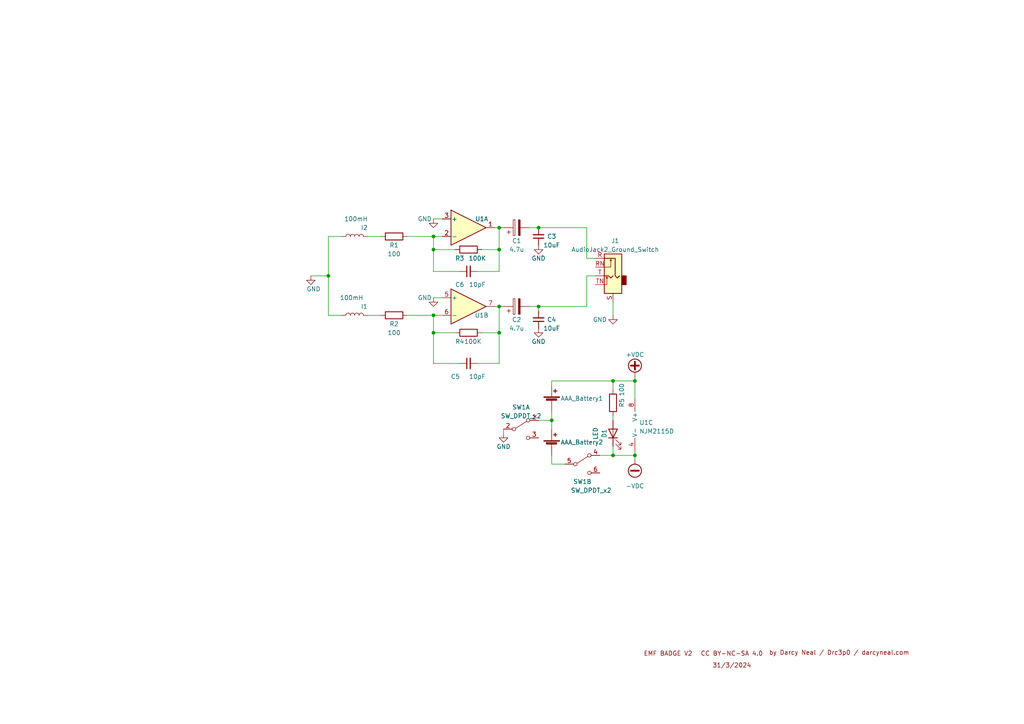
<source format=kicad_sch>
(kicad_sch (version 20230121) (generator eeschema)
  (paper "A4")
  (lib_symbols
    (symbol "Amplifier_Operational:LM358" (pin_names (offset 0.127))
      (property "Reference" "U" (at 0 5.08 0))
      (property "Value" "LM358" (at 0 -5.08 0))
      (symbol "LM358_1_1"
        (polyline (pts (xy -5.08 5.08) (xy 5.08 0) (xy -5.08 -5.08) (xy -5.08 5.08)) (stroke (width 0.254)) (fill (type background)))
        (pin output line (at 7.62 0 180) (length 2.54) (name "~") (number "1"))
        (pin input line (at -7.62 -2.54 0) (length 2.54) (name "-") (number "2"))
        (pin input line (at -7.62 2.54 0) (length 2.54) (name "+") (number "3"))
      )
      (symbol "LM358_2_1"
        (polyline (pts (xy -5.08 5.08) (xy 5.08 0) (xy -5.08 -5.08) (xy -5.08 5.08)) (stroke (width 0.254)) (fill (type background)))
        (pin input line (at -7.62 2.54 0) (length 2.54) (name "+") (number "5"))
        (pin input line (at -7.62 -2.54 0) (length 2.54) (name "-") (number "6"))
        (pin output line (at 7.62 0 180) (length 2.54) (name "~") (number "7"))
      )
      (symbol "LM358_3_1"
        (pin power_in line (at -2.54 -7.62 90) (length 3.81) (name "V-") (number "4"))
        (pin power_in line (at -2.54 7.62 270) (length 3.81) (name "V+") (number "8"))
      )
    )
    (symbol "Connector_Audio:AudioJack2_Ground_Switch"
      (property "Reference" "J1" (at -0.635 10.16 0))
      (property "Value" "AudioJack2_Ground_Switch" (at -0.635 7.62 0))
      (symbol "AudioJack2_Ground_Switch_0_1"
        (rectangle (start -2.54 -2.54) (end -3.81 0) (stroke (width 0.254)) (fill (type outline)))
        (rectangle (start 2.54 6.35) (end -2.54 -5.08) (stroke (width 0.254)) (fill (type background)))
      )
      (symbol "AudioJack2_Ground_Switch_1_1"
        (polyline (pts (xy 0.635 4.826) (xy 0.889 4.318)))
        (polyline (pts (xy 1.778 -0.254) (xy 2.032 -0.762)))
        (polyline (pts (xy 0 0) (xy 0.635 -0.635) (xy 1.27 0) (xy 2.54 0)) (stroke (width 0.254)))
        (polyline (pts (xy 2.54 -2.54) (xy 1.778 -2.54) (xy 1.778 -0.254) (xy 1.524 -0.762)))
        (polyline (pts (xy 2.54 2.54) (xy 0.635 2.54) (xy 0.635 4.826) (xy 0.381 4.318)))
        (polyline (pts (xy 2.54 5.08) (xy -0.635 5.08) (xy -0.635 0) (xy -1.27 -0.635) (xy -1.905 0)) (stroke (width 0.254)))
        (pin passive line (at 5.08 5.08 180) (length 2.54) (name "~") (number "R"))
        (pin passive line (at 5.08 2.54 180) (length 2.54) (name "~") (number "RN"))
        (pin passive line (at 0 -7.62 90) (length 2.54) (name "~") (number "S"))
        (pin passive line (at 5.08 0 180) (length 2.54) (name "~") (number "T"))
        (pin passive line (at 5.08 -2.54 180) (length 2.54) (name "~") (number "TN"))
      )
    )
    (symbol "Device:Battery_Cell" (pin_numbers hide) (pin_names (offset 0) hide)
      (property "Reference" "BT" (at 2.54 2.54 0))
      (property "Value" "Battery_Cell" (at 2.54 0 0))
      (symbol "Battery_Cell_0_1"
        (rectangle (start -2.286 1.778) (end 2.286 1.524) (fill (type outline)))
        (rectangle (start -1.5748 1.1938) (end 1.4732 0.6858) (fill (type outline)))
        (polyline (pts (xy 0 0.762) (xy 0 0)))
        (polyline (pts (xy 0 1.778) (xy 0 2.54)))
        (polyline (pts (xy 0.508 3.429) (xy 1.524 3.429)) (stroke (width 0.254)))
        (polyline (pts (xy 1.016 3.937) (xy 1.016 2.921)) (stroke (width 0.254)))
      )
      (symbol "Battery_Cell_1_1"
        (pin passive line (at 0 5.08 270) (length 2.54) (name "+") (number "1"))
        (pin passive line (at 0 -2.54 90) (length 2.54) (name "-") (number "2"))
      )
    )
    (symbol "Device:C_Polarized" (pin_numbers hide) (pin_names (offset 0.254))
      (property "Reference" "C" (at 0.635 2.54 0))
      (property "Value" "C_Polarized" (at 0.635 -2.54 0))
      (symbol "C_Polarized_0_1"
        (rectangle (start -2.286 0.508) (end 2.286 1.016))
        (polyline (pts (xy -1.778 2.286) (xy -0.762 2.286)))
        (polyline (pts (xy -1.27 2.794) (xy -1.27 1.778)))
        (rectangle (start 2.286 -0.508) (end -2.286 -1.016) (fill (type outline)))
      )
      (symbol "C_Polarized_1_1"
        (pin passive line (at 0 3.81 270) (length 2.794) (name "~") (number "1"))
        (pin passive line (at 0 -3.81 90) (length 2.794) (name "~") (number "2"))
      )
    )
    (symbol "Device:C_Small" (pin_numbers hide) (pin_names (offset 0.254) hide)
      (property "Reference" "C" (at 0.254 1.778 0))
      (property "Value" "C_Small" (at 0.254 -2.032 0))
      (symbol "C_Small_0_1"
        (polyline (pts (xy -1.524 -0.508) (xy 1.524 -0.508)) (stroke (width 0.3302)))
        (polyline (pts (xy -1.524 0.508) (xy 1.524 0.508)) (stroke (width 0.3048)))
      )
      (symbol "C_Small_1_1"
        (pin passive line (at 0 2.54 270) (length 2.032) (name "~") (number "1"))
        (pin passive line (at 0 -2.54 90) (length 2.032) (name "~") (number "2"))
      )
    )
    (symbol "Device:L" (pin_numbers hide) (pin_names (offset 1.016) hide)
      (property "Reference" "L" (at -1.27 0 90))
      (property "Value" "L" (at 1.905 0 90))
      (symbol "L_0_1"
        (arc (start 0 -2.54) (mid 0.6323 -1.905) (end 0 -1.27))
        (arc (start 0 -1.27) (mid 0.6323 -0.635) (end 0 0))
        (arc (start 0 0) (mid 0.6323 0.635) (end 0 1.27))
        (arc (start 0 1.27) (mid 0.6323 1.905) (end 0 2.54))
      )
      (symbol "L_1_1"
        (pin passive line (at 0 3.81 270) (length 1.27) (name "1") (number "1"))
        (pin passive line (at 0 -3.81 90) (length 1.27) (name "2") (number "2"))
      )
    )
    (symbol "Device:LED" (pin_numbers hide) (pin_names (offset 1.016) hide)
      (property "Reference" "D" (at 0 2.54 0))
      (property "Value" "LED" (at 0 -2.54 0))
      (symbol "LED_0_1"
        (polyline (pts (xy -1.27 -1.27) (xy -1.27 1.27)) (stroke (width 0.254)))
        (polyline (pts (xy -1.27 0) (xy 1.27 0)))
        (polyline (pts (xy 1.27 -1.27) (xy 1.27 1.27) (xy -1.27 0) (xy 1.27 -1.27)) (stroke (width 0.254)))
        (polyline (pts (xy -3.048 -0.762) (xy -4.572 -2.286) (xy -3.81 -2.286) (xy -4.572 -2.286) (xy -4.572 -1.524)))
        (polyline (pts (xy -1.778 -0.762) (xy -3.302 -2.286) (xy -2.54 -2.286) (xy -3.302 -2.286) (xy -3.302 -1.524)))
      )
      (symbol "LED_1_1"
        (pin passive line (at -3.81 0 0) (length 2.54) (name "K") (number "1"))
        (pin passive line (at 3.81 0 180) (length 2.54) (name "A") (number "2"))
      )
    )
    (symbol "Device:R" (pin_numbers hide) (pin_names (offset 0))
      (property "Reference" "R" (at 2.032 0 90))
      (property "Value" "R" (at 0 0 90))
      (symbol "R_0_1"
        (rectangle (start -1.016 -2.54) (end 1.016 2.54) (stroke (width 0.254)))
      )
      (symbol "R_1_1"
        (pin passive line (at 0 3.81 270) (length 1.27) (name "~") (number "1"))
        (pin passive line (at 0 -3.81 90) (length 1.27) (name "~") (number "2"))
      )
    )
    (symbol "SW_DPDT_x2_1" (pin_names (offset 0) hide)
      (property "Reference" "SW" (at 0 4.318 0))
      (property "Value" "SW_DPDT_x2" (at 0 -5.08 0))
      (symbol "SW_DPDT_x2_1_0_0"
        (circle (center -2.032 0) (radius 0.508))
        (circle (center 2.032 -2.54) (radius 0.508))
      )
      (symbol "SW_DPDT_x2_1_0_1"
        (polyline (pts (xy -1.524 0.254) (xy 1.651 2.286)))
        (circle (center 2.032 2.54) (radius 0.508))
      )
      (symbol "SW_DPDT_x2_1_1_1"
        (pin passive line (at 5.08 2.54 180) (length 2.54) (name "A") (number "1"))
        (pin passive line (at -5.08 0 0) (length 2.54) (name "B") (number "2"))
        (pin passive line (at 5.08 -2.54 180) (length 2.54) (name "C") (number "3"))
      )
      (symbol "SW_DPDT_x2_1_2_1"
        (pin passive line (at 5.08 2.54 180) (length 2.54) (name "A") (number "4"))
        (pin passive line (at -5.08 0 0) (length 2.54) (name "B") (number "5"))
        (pin passive line (at 5.08 -2.54 180) (length 2.54) (name "C") (number "6"))
      )
    )
    (symbol "power:+VDC" (power) (pin_names (offset 0))
      (property "Value" "+VDC" (at 0 6.35 0))
      (symbol "+VDC_0_1"
        (polyline (pts (xy -1.143 3.175) (xy 1.143 3.175)) (stroke (width 0.508)))
        (polyline (pts (xy 0 0) (xy 0 1.27)))
        (polyline (pts (xy 0 2.032) (xy 0 4.318)) (stroke (width 0.508)))
        (circle (center 0 3.175) (radius 1.905) (stroke (width 0.254)))
      )
      (symbol "+VDC_1_1"
        (pin power_in line (at 0 0 90) (length 0) hide (name "+VDC") (number "1"))
      )
    )
    (symbol "power:-VDC" (power) (pin_names (offset 0))
      (property "Value" "-VDC" (at 0 6.35 0))
      (symbol "-VDC_0_1"
        (polyline (pts (xy -1.143 3.175) (xy 1.143 3.175)) (stroke (width 0.508)))
        (polyline (pts (xy 0 0) (xy 0 1.27)))
        (circle (center 0 3.175) (radius 1.905) (stroke (width 0.254)))
      )
      (symbol "-VDC_1_1"
        (pin power_in line (at 0 0 90) (length 0) hide (name "-VDC") (number "1"))
      )
    )
    (symbol "power:GND" (power) (pin_names (offset 0))
      (property "Value" "GND" (at 0 -3.81 0))
      (symbol "GND_0_1"
        (polyline (pts (xy 0 0) (xy 0 -1.27) (xy 1.27 -1.27) (xy 0 -2.54) (xy -1.27 -1.27) (xy 0 -1.27)))
      )
      (symbol "GND_1_1"
        (pin power_in line (at 0 0 270) (length 0) hide (name "GND") (number "1"))
      )
    )
  )
  (junction (at 95.25 80.01))
  (junction (at 144.78 72.39))
  (junction (at 144.78 96.52))
  (junction (at 156.21 88.9))
  (junction (at 144.78 88.9))
  (junction (at 125.73 91.44))
  (junction (at 160.02 121.92))
  (junction (at 156.21 66.04))
  (junction (at 184.15 132.08))
  (junction (at 125.73 68.58))
  (junction (at 125.73 96.52))
  (junction (at 177.8 132.08))
  (junction (at 184.15 110.49))
  (junction (at 125.73 72.39))
  (junction (at 144.78 66.04))
  (junction (at 177.8 110.49))
  (wire (pts (xy 177.8 110.49) (xy 177.8 113.03)))
  (wire (pts (xy 125.73 105.41) (xy 125.73 96.52)))
  (wire (pts (xy 170.18 66.04) (xy 170.18 74.93)))
  (wire (pts (xy 177.8 110.49) (xy 184.15 110.49)))
  (wire (pts (xy 144.78 88.9) (xy 146.05 88.9)))
  (wire (pts (xy 106.68 68.58) (xy 110.49 68.58)))
  (wire (pts (xy 143.51 88.9) (xy 144.78 88.9)))
  (wire (pts (xy 156.21 121.92) (xy 160.02 121.92)))
  (wire (pts (xy 125.73 72.39) (xy 132.08 72.39)))
  (wire (pts (xy 160.02 110.49) (xy 177.8 110.49)))
  (wire (pts (xy 144.78 105.41) (xy 144.78 96.52)))
  (wire (pts (xy 139.7 72.39) (xy 144.78 72.39)))
  (wire (pts (xy 184.15 110.49) (xy 184.15 115.57)))
  (wire (pts (xy 160.02 121.92) (xy 160.02 124.46)))
  (wire (pts (xy 144.78 66.04) (xy 143.51 66.04)))
  (wire (pts (xy 144.78 78.74) (xy 144.78 72.39)))
  (wire (pts (xy 170.18 80.01) (xy 170.18 88.9)))
  (wire (pts (xy 173.99 132.08) (xy 177.8 132.08)))
  (wire (pts (xy 125.73 96.52) (xy 132.08 96.52)))
  (wire (pts (xy 156.21 88.9) (xy 170.18 88.9)))
  (wire (pts (xy 153.67 66.04) (xy 156.21 66.04)))
  (wire (pts (xy 184.15 109.22) (xy 184.15 110.49)))
  (wire (pts (xy 106.68 91.44) (xy 110.49 91.44)))
  (wire (pts (xy 177.8 87.63) (xy 177.8 91.44)))
  (wire (pts (xy 125.73 86.36) (xy 128.27 86.36)))
  (wire (pts (xy 144.78 66.04) (xy 146.05 66.04)))
  (wire (pts (xy 160.02 119.38) (xy 160.02 121.92)))
  (wire (pts (xy 138.43 78.74) (xy 144.78 78.74)))
  (wire (pts (xy 95.25 80.01) (xy 90.17 80.01)))
  (wire (pts (xy 125.73 68.58) (xy 125.73 72.39)))
  (wire (pts (xy 184.15 130.81) (xy 184.15 132.08)))
  (wire (pts (xy 125.73 63.5) (xy 128.27 63.5)))
  (wire (pts (xy 146.05 124.46) (xy 146.05 125.73)))
  (wire (pts (xy 184.15 132.08) (xy 184.15 133.35)))
  (wire (pts (xy 160.02 134.62) (xy 163.83 134.62)))
  (wire (pts (xy 133.35 78.74) (xy 125.73 78.74)))
  (wire (pts (xy 177.8 120.65) (xy 177.8 121.92)))
  (wire (pts (xy 177.8 129.54) (xy 177.8 132.08)))
  (wire (pts (xy 156.21 66.04) (xy 170.18 66.04)))
  (wire (pts (xy 118.11 68.58) (xy 125.73 68.58)))
  (wire (pts (xy 138.43 105.41) (xy 144.78 105.41)))
  (wire (pts (xy 156.21 90.17) (xy 156.21 88.9)))
  (wire (pts (xy 125.73 78.74) (xy 125.73 72.39)))
  (wire (pts (xy 160.02 132.08) (xy 160.02 134.62)))
  (wire (pts (xy 118.11 91.44) (xy 125.73 91.44)))
  (wire (pts (xy 133.35 105.41) (xy 125.73 105.41)))
  (wire (pts (xy 153.67 88.9) (xy 156.21 88.9)))
  (wire (pts (xy 172.72 74.93) (xy 170.18 74.93)))
  (wire (pts (xy 99.06 91.44) (xy 95.25 91.44)))
  (wire (pts (xy 125.73 68.58) (xy 128.27 68.58)))
  (wire (pts (xy 144.78 72.39) (xy 144.78 66.04)))
  (wire (pts (xy 160.02 110.49) (xy 160.02 111.76)))
  (wire (pts (xy 99.06 68.58) (xy 95.25 68.58)))
  (wire (pts (xy 95.25 91.44) (xy 95.25 80.01)))
  (wire (pts (xy 95.25 68.58) (xy 95.25 80.01)))
  (wire (pts (xy 144.78 96.52) (xy 144.78 88.9)))
  (wire (pts (xy 125.73 91.44) (xy 125.73 96.52)))
  (wire (pts (xy 170.18 80.01) (xy 172.72 80.01)))
  (wire (pts (xy 177.8 132.08) (xy 184.15 132.08)))
  (wire (pts (xy 125.73 91.44) (xy 128.27 91.44)))
  (wire (pts (xy 139.7 96.52) (xy 144.78 96.52)))
  (text "EMF BADGE V2" (at 186.69 190.5 0) (effects (font (size 1.27 1.27)) (justify left bottom)))
  (text "CC BY-NC-SA 4.0" (at 203.2 190.5 0) (effects (font (size 1.27 1.27)) (justify left bottom)))
  (text "by Darcy Neal / Drc3p0 / darcyneal.com" (at 223.0267 190.2372 0) (effects (font (size 1.27 1.27)) (justify left bottom)))
  (text "31/3/2024" (at 206.6042 193.9207 0) (effects (font (size 1.27 1.27)) (justify left bottom)))
  (symbol (lib_id "Device:R") (at 177.8 116.84 180) (unit 1)
    (property "Reference" "R5" (at 180.34 116.84 90))
    (property "Value" "100" (at 180.34 113.03 90))
    (property "Footprint" "Resistor_THT:R_Axial_DIN0207_L6.3mm_D2.5mm_P7.62mm_Horizontal" (effects hide))
    (property "Sim.Device" "R" (effects hide))
    (property "Sim.Pins" "1=+ 2=-" (effects hide))
  )
  (symbol (lib_id "Device:R") (at 135.89 72.39 90) (unit 1)
    (property "Reference" "R3" (at 133.35 74.93 90))
    (property "Value" "100K" (at 138.43 74.93 90))
    (property "Footprint" "Resistor_THT:R_Axial_DIN0207_L6.3mm_D2.5mm_P7.62mm_Horizontal" (effects hide))
  )
  (symbol (lib_id "power:-VDC") (at 184.15 133.35 180) (unit 1)
    (property "Reference" "#PWR08" (effects hide))
    (property "Value" "-VDC" (at 184.15 140.97 0))
  )
  (symbol (lib_id "power:GND") (at 125.73 86.36 0) (unit 1)
    (property "Reference" "#PWR03" (effects hide))
    (property "Value" "GND" (at 123.19 86.36 0))
  )
  (symbol (lib_id "Device:C_Polarized") (at 149.86 66.04 90) (unit 1)
    (property "Reference" "C1" (at 149.86 69.85 90))
    (property "Value" "4.7u" (at 149.86 72.39 90))
    (property "Footprint" "Capacitor_THT:CP_Radial_D4.0mm_P2.54mm" (effects hide))
    (property "Sim.Device" "C" (effects hide))
    (property "Sim.Pins" "1=+ 2=-" (effects hide))
  )
  (symbol (lib_id "Device:C_Small") (at 135.89 78.74 90) (unit 1)
    (property "Reference" "C6" (at 133.35 82.55 90))
    (property "Value" "10pF" (at 138.43 82.55 90))
    (property "Footprint" "Capacitor_THT:C_Disc_D3.4mm_W2.1mm_P2.50mm" (effects hide))
  )
  (symbol (lib_id "Amplifier_Operational:LM358") (at 135.89 88.9 0) (unit 2)
    (property "Reference" "U1" (at 139.7 91.44 0))
    (property "Value" "NJM2115D" (effects hide))
    (property "Footprint" "Package_DIP:DIP-8_W7.62mm" (effects hide))
    (property "Sim.Library" "/Users/DRC/Downloads/MCP6001 2.lib" (effects hide))
    (property "Sim.Name" "MCP6001" (effects hide))
    (property "Sim.Device" "SUBCKT" (effects hide))
    (property "Sim.Pins" "1=1 2=2 3=3 4=4 5=5" (effects hide))
  )
  (symbol (lib_id "Device:R") (at 135.89 96.52 90) (unit 1)
    (property "Reference" "R4" (at 133.35 99.06 90))
    (property "Value" "100K" (at 137.16 99.06 90))
    (property "Footprint" "Resistor_THT:R_Axial_DIN0207_L6.3mm_D2.5mm_P7.62mm_Horizontal" (effects hide))
  )
  (symbol (lib_id "Device:R") (at 114.3 91.44 90) (unit 1)
    (property "Reference" "R2" (at 114.3 93.98 90))
    (property "Value" "100" (at 114.3 96.52 90))
    (property "Footprint" "Resistor_THT:R_Axial_DIN0207_L6.3mm_D2.5mm_P7.62mm_Horizontal" (effects hide))
    (property "Sim.Device" "R" (effects hide))
    (property "Sim.Pins" "1=+ 2=-" (effects hide))
  )
  (symbol (lib_id "Device:L") (at 102.87 91.44 90) (unit 1)
    (property "Reference" "I1" (at 106.68 88.9 90) (effects (justify left)))
    (property "Value" "100mH" (at 105.41 86.36 90) (effects (justify left)))
    (property "Footprint" "Inductor_THT:Inductor_D5.0mm_Horizontal_O3.81mm_Z9.0mm" (effects hide))
  )
  (symbol (lib_id "power:GND") (at 156.21 71.12 0) (unit 1)
    (property "Reference" "#PWR04" (effects hide))
    (property "Value" "GND" (at 156.21 74.93 0))
  )
  (symbol (lib_id "power:+VDC") (at 184.15 109.22 0) (unit 1)
    (property "Reference" "#PWR07" (effects hide))
    (property "Value" "+VDC" (at 184.15 102.87 0))
  )
  (symbol (lib_id "Device:C_Small") (at 135.89 105.41 90) (unit 1)
    (property "Reference" "C5" (at 132.08 109.22 90))
    (property "Value" "10pF" (at 138.43 109.22 90))
    (property "Footprint" "Capacitor_THT:C_Disc_D3.4mm_W2.1mm_P2.50mm" (effects hide))
  )
  (symbol (lib_id "Amplifier_Operational:LM358") (at 135.89 66.04 0) (unit 1)
    (property "Reference" "U1" (at 139.7 63.5 0))
    (property "Value" "NJM2115D" (effects hide))
    (property "Footprint" "Package_DIP:DIP-8_W7.62mm" (effects hide))
    (property "Sim.Library" "/Users/DRC/Downloads/MCP6001 2.lib" (effects hide))
    (property "Sim.Name" "MCP6001" (effects hide))
    (property "Sim.Device" "SUBCKT" (effects hide))
    (property "Sim.Pins" "1=1 2=2 3=3 4=4 5=5" (effects hide))
  )
  (symbol (lib_name "SW_DPDT_x2_1") (lib_id "Switch:SW_DPDT_x2") (at 151.13 124.46 0) (unit 1)
    (property "Reference" "SW1" (at 151.13 118.11 0))
    (property "Value" "SW_DPDT_x2" (at 151.13 120.65 0))
    (property "Footprint" "Button_Switch_THT:DPDT slide switch" (effects hide))
  )
  (symbol (lib_id "Device:C_Small") (at 156.21 68.58 180) (unit 1)
    (property "Reference" "C3" (at 160.02 68.58 0))
    (property "Value" "10uF" (at 160.02 71.12 0))
    (property "Footprint" "Capacitor_THT:C_Disc_D4.3mm_W1.9mm_P5.00mm" (effects hide))
    (property "Sim.Device" "C" (effects hide))
    (property "Sim.Pins" "1=+ 2=-" (effects hide))
  )
  (symbol (lib_id "power:GND") (at 156.21 95.25 0) (unit 1)
    (property "Reference" "#PWR05" (effects hide))
    (property "Value" "GND" (at 156.21 99.06 0))
  )
  (symbol (lib_id "power:GND") (at 90.17 80.01 0) (unit 1)
    (property "Reference" "#PWR01" (effects hide))
    (property "Value" "GND" (at 88.9 83.82 0) (effects (justify left)))
  )
  (symbol (lib_id "Connector_Audio:AudioJack2_Ground_Switch") (at 177.8 80.01 0) (mirror y) (unit 1)
    (property "Reference" "J1" (at 178.435 69.85 0))
    (property "Value" "AudioJack2_Ground_Switch" (at 178.435 72.39 0))
    (property "Footprint" "Connector_Audio:Jack_3.5mm_CUI_SJ1-3525N_Horizontal" (effects hide))
  )
  (symbol (lib_id "Device:L") (at 102.87 68.58 90) (unit 1)
    (property "Reference" "I2" (at 106.68 66.04 90) (effects (justify left)))
    (property "Value" "100mH" (at 106.68 63.5 90) (effects (justify left)))
    (property "Footprint" "Inductor_THT:Inductor_D5.0mm_Horizontal_O3.81mm_Z9.0mm" (effects hide))
  )
  (symbol (lib_id "Device:C_Polarized") (at 149.86 88.9 90) (unit 1)
    (property "Reference" "C2" (at 149.86 92.71 90))
    (property "Value" "4.7u" (at 149.86 95.25 90))
    (property "Footprint" "Capacitor_THT:CP_Radial_D4.0mm_P2.54mm" (effects hide))
    (property "Sim.Device" "C" (effects hide))
    (property "Sim.Pins" "1=+ 2=-" (effects hide))
  )
  (symbol (lib_id "Amplifier_Operational:LM358") (at 186.69 123.19 0) (unit 3)
    (property "Reference" "U1" (at 185.42 122.555 0) (effects (justify left)))
    (property "Value" "NJM2115D" (at 185.42 125.095 0) (effects (justify left)))
    (property "Footprint" "Package_DIP:DIP-8_W7.62mm" (effects hide))
    (property "Sim.Library" "/Users/DRC/Downloads/MCP6001 2.lib" (effects hide))
    (property "Sim.Name" "MCP6001" (effects hide))
    (property "Sim.Device" "SUBCKT" (effects hide))
    (property "Sim.Pins" "1=1 2=2 3=3 4=4 5=5" (effects hide))
  )
  (symbol (lib_id "Device:R") (at 114.3 68.58 90) (unit 1)
    (property "Reference" "R1" (at 114.3 71.12 90))
    (property "Value" "100" (at 114.3 73.66 90))
    (property "Footprint" "Resistor_THT:R_Axial_DIN0207_L6.3mm_D2.5mm_P7.62mm_Horizontal" (effects hide))
  )
  (symbol (lib_id "power:GND") (at 177.8 91.44 0) (unit 1)
    (property "Reference" "#PWR09" (effects hide))
    (property "Value" "GND" (at 173.99 92.71 0))
  )
  (symbol (lib_id "Device:LED") (at 177.8 125.73 90) (unit 1)
    (property "Reference" "D1" (at 175.26 125.73 0))
    (property "Value" "LED" (at 172.72 125.73 0))
    (property "Footprint" "LED_THT:LED_D5.0mm_Horizontal_O1.27mm_Z9.0mm" (effects hide))
  )
  (symbol (lib_id "Device:Battery_Cell") (at 160.02 116.84 0) (unit 1)
    (property "Reference" "AAA_Battery1" (at 162.56 115.57 0) (effects (justify left)))
    (property "Value" "Spring_side->" (effects hide))
    (property "Footprint" "Battery:BatteryHolder_Keystone_2466_1xAAA" (effects hide))
  )
  (symbol (lib_name "SW_DPDT_x2_1") (lib_id "Switch:SW_DPDT_x2") (at 168.91 134.62 0) (unit 2)
    (property "Reference" "SW1" (at 168.91 139.7 0))
    (property "Value" "SW_DPDT_x2" (at 171.45 142.24 0))
    (property "Footprint" "Button_Switch_THT:DPDT slide switch" (effects hide))
  )
  (symbol (lib_id "power:GND") (at 125.73 63.5 0) (unit 1)
    (property "Reference" "#PWR02" (effects hide))
    (property "Value" "GND" (at 123.19 63.5 0))
  )
  (symbol (lib_id "power:GND") (at 146.05 125.73 0) (unit 1)
    (property "Reference" "#PWR06" (effects hide))
    (property "Value" "GND" (at 146.05 129.54 0))
  )
  (symbol (lib_id "Device:Battery_Cell") (at 160.02 129.54 0) (unit 1)
    (property "Reference" "AAA_Battery2" (at 162.56 128.27 0) (effects (justify left)))
    (property "Value" "<-Spring_side" (effects hide))
    (property "Footprint" "Battery:BatteryHolder_Keystone_2466_1xAAA" (effects hide))
  )
  (symbol (lib_id "Device:C_Small") (at 156.21 92.71 180) (unit 1)
    (property "Reference" "C4" (at 160.02 92.71 0))
    (property "Value" "10uF" (at 160.02 95.25 0))
    (property "Footprint" "Capacitor_THT:C_Disc_D4.3mm_W1.9mm_P5.00mm" (effects hide))
    (property "Sim.Device" "C" (effects hide))
    (property "Sim.Pins" "1=+ 2=-" (effects hide))
  )
)
</source>
